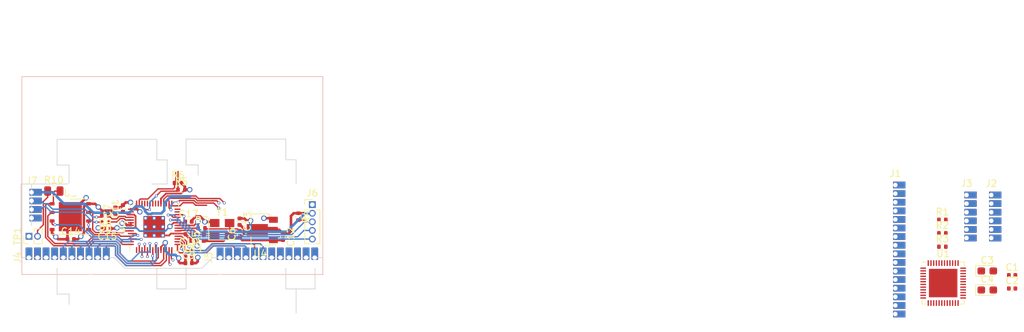
<source format=kicad_pcb>
(kicad_pcb (version 20221018) (generator pcbnew)
  (layers (0 "F.Cu" signal) (1 "In1.Cu" signal) (2 "In2.Cu" signal) (31 "B.Cu" signal) (34 "B.Paste" user) (35 "F.Paste" user) (36 "B.SilkS" user "B.Silkscreen") (37 "F.SilkS" user "F.Silkscreen") (38 "B.Mask" user) (39 "F.Mask" user) (44 "Edge.Cuts" user))
  (net 0 "")
  (net 1 "GND")
  (net 2 "+3V3")
  (net 3 "XTAL1")
  (net 4 "Net-(C6-Pad2)")
  (net 5 "+1V1")
  (net 6 "Net-(J1-Pin_1)")
  (net 7 "Net-(J1-Pin_2)")
  (net 8 "Net-(J1-Pin_3)")
  (net 9 "Net-(J1-Pin_4)")
  (net 10 "Net-(J1-Pin_5)")
  (net 11 "Net-(J1-Pin_6)")
  (net 12 "Net-(J1-Pin_7)")
  (net 13 "Net-(J1-Pin_8)")
  (net 14 "Net-(J1-Pin_9)")
  (net 15 "Net-(J1-Pin_10)")
  (net 16 "Net-(J1-Pin_11)")
  (net 17 "Net-(J1-Pin_12)")
  (net 18 "Net-(J1-Pin_13)")
  (net 19 "Net-(J1-Pin_14)")
  (net 20 "Net-(J1-Pin_15)")
  (net 21 "Net-(J1-Pin_16)")
  (net 22 "Net-(J2-Pin_1)")
  (net 23 "Net-(J2-Pin_2)")
  (net 24 "Net-(J2-Pin_3)")
  (net 25 "Net-(J2-Pin_4)")
  (net 26 "Net-(J2-Pin_5)")
  (net 27 "Net-(J2-Pin_6)")
  (net 28 "Net-(J3-Pin_1)")
  (net 29 "Net-(J3-Pin_2)")
  (net 30 "Net-(J3-Pin_3)")
  (net 31 "Net-(J3-Pin_4)")
  (net 32 "Net-(J3-Pin_5)")
  (net 33 "Net-(J3-Pin_6)")
  (net 34 "Net-(J4-Pin_1)")
  (net 35 "Net-(J4-Pin_2)")
  (net 36 "Net-(J4-Pin_3)")
  (net 37 "Net-(J4-Pin_4)")
  (net 38 "Net-(J4-Pin_5)")
  (net 39 "Net-(J4-Pin_6)")
  (net 40 "Net-(J4-Pin_7)")
  (net 41 "Net-(J4-Pin_8)")
  (net 42 "Net-(J4-Pin_9)")
  (net 43 "Net-(J4-Pin_10)")
  (net 44 "Net-(J5-Pin_1)")
  (net 45 "Net-(J5-Pin_2)")
  (net 46 "Net-(J5-Pin_3)")
  (net 47 "Net-(J5-Pin_4)")
  (net 48 "Net-(J5-Pin_5)")
  (net 49 "Net-(J5-Pin_6)")
  (net 50 "Net-(J5-Pin_7)")
  (net 51 "Net-(J5-Pin_8)")
  (net 52 "Net-(J5-Pin_9)")
  (net 53 "Net-(J5-Pin_10)")
  (net 54 "Net-(J5-Pin_11)")
  (net 55 "Net-(J5-Pin_12)")
  (net 56 "RP_RESET")
  (net 57 "SWDIO")
  (net 58 "SWCLK")
  (net 59 "+5V")
  (net 60 "/DP")
  (net 61 "/DN")
  (net 62 "Net-(U1-~{SDB})")
  (net 63 "Net-(U1-IICRST)")
  (net 64 "Net-(U1-RSET)")
  (net 65 "SDA")
  (net 66 "SCL")
  (net 67 "XTAL2")
  (net 68 "RP_D+")
  (net 69 "RP_D-")
  (net 70 "/QSPI_CS_TP")
  (net 71 "QSPI_CS")
  (net 82 "QSPI_SD3")
  (net 83 "QSPI_CLK")
  (net 84 "QSPI_SD0")
  (net 85 "QSPI_SD2")
  (net 86 "QSPI_SD1")
  (footprint "Capacitor_SMD:C_0402_1005Metric" (layer "F.Cu") (at 63.8784 64.5668 180)
    (fp_text reference "C10")
    (fp_text value "100n")
  )
  (footprint "Resistor_SMD:R_0402_1005Metric" (layer "F.Cu") (at 62.8142 57.9882)
    (fp_text reference "R5")
    (fp_text value "2k")
  )
  (footprint "Frooastboard Footprints:PinHeader_1x16_P1.27mm_Vertical" (layer "F.Cu") (at 168.2496 57.3024)
    (fp_text reference "J1")
    (fp_text value "Conn_01x16")
  )
  (footprint "Package_TO_SOT_SMD:SOT-89-3" (layer "F.Cu") (at 74.4522 63.9318 180)
    (fp_text reference "U4")
    (fp_text value "LM317L_SOT-89")
  )
  (footprint "Capacitor_SMD:C_0402_1005Metric" (layer "F.Cu") (at 66.1162 65.0774 90)
    (fp_text reference "C5")
    (fp_text value "22p")
  )
  (footprint "Resistor_SMD:R_0805_2012Metric" (layer "F.Cu") (at 43.9693 58.1914)
    (fp_text reference "R10")
    (fp_text value "1k")
  )
  (footprint "Frooastboard Footprints:PinHeader_1x06_P1.27mm_Vertical" (layer "F.Cu") (at 182.4228 58.7756)
    (fp_text reference "J2")
    (fp_text value "Conn_01x06")
  )
  (footprint "Frooastboard Footprints:PinHeader_1x12_P1.27mm_Vertical" (layer "F.Cu") (at 68.5292 68.0212 90)
    (fp_text reference "J5")
    (fp_text value "Conn_01x12")
  )
  (footprint "Capacitor_SMD:C_0402_1005Metric" (layer "F.Cu") (at 63.8836 68.834)
    (fp_text reference "C9")
    (fp_text value "100n")
  )
  (footprint "Capacitor_SMD:C_0402_1005Metric" (layer "F.Cu") (at 51.8642 63.7286 180)
    (fp_text reference "C15")
    (fp_text value "10u")
  )
  (footprint "Capacitor_SMD:C_0402_1005Metric" (layer "F.Cu") (at 64.6456 65.532 180)
    (fp_text reference "C11")
    (fp_text value "100n")
  )
  (footprint "Resistor_SMD:R_0402_1005Metric" (layer "F.Cu") (at 175.1928 62.4298)
    (fp_text reference "R1")
    (fp_text value "100k")
  )
  (footprint "Capacitor_SMD:C_0402_1005Metric" (layer "F.Cu") (at 185.4936 70.612)
    (fp_text reference "C1")
    (fp_text value "0.1u")
  )
  (footprint "Capacitor_SMD:C_0402_1005Metric" (layer "F.Cu") (at 77.805 64.9504 -90)
    (fp_text reference "C12")
    (fp_text value "100n")
  )
  (footprint "Capacitor_SMD:C_0402_1005Metric" (layer "F.Cu") (at 185.4936 72.582)
    (fp_text reference "C2")
    (fp_text value "10u")
  )
  (footprint "Resistor_SMD:R_0402_1005Metric" (layer "F.Cu") (at 51.56 62.7546 180)
    (fp_text reference "R9")
    (fp_text value "27R")
  )
  (footprint "Capacitor_SMD:C_0402_1005Metric" (layer "F.Cu") (at 63.8836 67.8688)
    (fp_text reference "C8")
    (fp_text value "100n")
  )
  (footprint "Capacitor_SMD:C_0402_1005Metric" (layer "F.Cu") (at 71.3994 62.7152 -90)
    (fp_text reference "C13")
    (fp_text value "100n")
  )
  (footprint "Crystal:Crystal_SMD_3225-4Pin_3.2x2.5mm" (layer "F.Cu") (at 68.8262 63.7676)
    (fp_text reference "Y1")
    (fp_text value "12MHz")
  )
  (footprint "Resistor_SMD:R_0402_1005Metric" (layer "F.Cu") (at 175.1928 66.4098)
    (fp_text reference "R3")
    (fp_text value "20k")
  )
  (footprint "Package_DFN_QFN:QFN-48-1EP_6x6mm_P0.4mm_EP4.2x4.2mm" (layer "F.Cu") (at 175.3108 71.7804)
    (fp_text reference "U1")
    (fp_text value "IS31FL3733-QF")
  )
  (footprint "Resistor_SMD:R_0402_1005Metric" (layer "F.Cu") (at 80.0862 61.974 -90)
    (fp_text reference "R4")
    (fp_text value "10k")
  )
  (footprint "Resistor_SMD:R_0402_1005Metric" (layer "F.Cu") (at 65.784 63.6778)
    (fp_text reference "R7")
    (fp_text value "1k")
  )
  (footprint "Capacitor_SMD:C_0402_1005Metric" (layer "F.Cu") (at 54.1782 60.7542 90)
    (fp_text reference "C16")
    (fp_text value "100n")
  )
  (footprint "Connector_PinHeader_1.27mm:PinHeader_1x02_P1.27mm_Vertical" (layer "F.Cu") (at 40.2948 64.8716 90)
    (fp_text reference "TP1")
    (fp_text value "QSPI_CS")
  )
  (footprint "Resistor_SMD:R_0402_1005Metric" (layer "F.Cu") (at 175.1928 64.4198)
    (fp_text reference "R2")
    (fp_text value "100k")
  )
  (footprint "Resistor_SMD:R_0402_1005Metric" (layer "F.Cu") (at 51.56 61.7982 180)
    (fp_text reference "R8")
    (fp_text value "27R")
  )
  (footprint "Capacitor_SMD:C_0402_1005Metric" (layer "F.Cu") (at 53.0606 61.0896 90)
    (fp_text reference "C7")
    (fp_text value "10u")
  )
  (footprint "Package_SON:WSON-8-1EP_6x5mm_P1.27mm_EP3.4x4.3mm" (layer "F.Cu") (at 46.4058 61.976)
    (fp_text reference "U3")
    (fp_text value "W25Q32JVZP")
  )
  (footprint "Capacitor_SMD:C_0402_1005Metric" (layer "F.Cu") (at 63.853 62.7126)
    (fp_text reference "C17")
    (fp_text value "100n")
  )
  (footprint "Capacitor_Tantalum_SMD:CP_EIA-2012-15_AVX-P" (layer "F.Cu") (at 181.8278 72.7998)
    (fp_text reference "C4")
    (fp_text value "10u")
  )
  (footprint "Frooastboard Footprints:RP2040-QFN-56" (layer "F.Cu") (at 58.7912 63.4721 90)
    (fp_text reference "U2")
    (fp_text value "RP2040")
  )
  (footprint "Resistor_SMD:R_0402_1005Metric" (layer "F.Cu") (at 62.3062 56.9976)
    (fp_text reference "R6")
    (fp_text value "2k")
  )
  (footprint "Frooastboard Footprints:PinHeader_1x10_P1.27mm_Vertical" (layer "F.Cu") (at 40.2844 68.0212 90)
    (fp_text reference "J4")
    (fp_text value "Conn_01x10")
  )
  (footprint "Capacitor_SMD:C_0402_1005Metric" (layer "F.Cu") (at 71.4248 64.5694 90)
    (fp_text reference "C6")
    (fp_text value "22p")
  )
  (footprint "Capacitor_SMD:C_0402_1005Metric" (layer "F.Cu") (at 46.4592 65.3034)
    (fp_text reference "C14")
    (fp_text value "100n")
  )
  (footprint "Connector_PinHeader_1.27mm:PinHeader_1x05_P1.27mm_Vertical" (layer "F.Cu") (at 82.1436 60.198)
    (fp_text reference "J6")
    (fp_text value "SW Interface")
  )
  (footprint "Frooastboard Footprints:PinHeader_1x06_P1.27mm_Vertical" (layer "F.Cu") (at 178.7652 58.7756)
    (fp_text reference "J3")
    (fp_text value "Conn_01x06")
  )
  (footprint "Frooastboard Footprints:PinHeader_1x04_P1.27mm_Vertical" (layer "F.Cu") (at 40.6908 58.3692)
    (fp_text reference "J7")
    (fp_text value "Conn_01x04")
  )
  (footprint "Capacitor_Tantalum_SMD:CP_EIA-2012-15_AVX-P" (layer "F.Cu") (at 181.8278 69.9898)
    (fp_text reference "C3")
    (fp_text value "10u")
  )
  (footprint "Frooastboard Footprints:Footprint Holes" (layer "B.Cu") (at 70.993 47.6504 180)
    (fp_text reference "REF**")
    (fp_text value "1U")
  )
  (gr_line (start 78.232 50.5206) (end 78.232 53.5686) (stroke (width 0.1)) (layer "Edge.Cuts"))
  (gr_line (start 79.756 72.644) (end 79.756 76.2) (stroke (width 0.1)) (layer "Edge.Cuts"))
  (gr_line (start 46.228 73.406) (end 46.228 74.93) (stroke (width 0.1)) (layer "Edge.Cuts"))
  (gr_line (start 39.624 68.0212) (end 52.8828 68.0212) (stroke (width 0.1)) (layer "Edge.Cuts"))
  (gr_line (start 39.116 68.0212) (end 39.116 57.15) (stroke (width 0.1)) (layer "Edge.Cuts"))
  (gr_line (start 63.5 54.3306) (end 65.278 54.3306) (stroke (width 0.1)) (layer "Edge.Cuts"))
  (gr_line (start 59.182 72.644) (end 63.5 72.644) (stroke (width 0.1)) (layer "Edge.Cuts"))
  (gr_line (start 67.4116 68.0212) (end 65.8368 69.596) (stroke (width 0.1)) (layer "Edge.Cuts"))
  (gr_line (start 59.182 69.596) (end 59.182 72.644) (stroke (width 0.1)) (layer "Edge.Cuts"))
  (gr_line (start 44.45 69.596) (end 44.45 73.406) (stroke (width 0.1)) (layer "Edge.Cuts"))
  (gr_line (start 47.752 50.546) (end 44.45 50.546) (stroke (width 0.1)) (layer "Edge.Cuts"))
  (gr_line (start 65.278 54.3306) (end 65.278 55.8546) (stroke (width 0.1)) (layer "Edge.Cuts"))
  (gr_line (start 44.45 50.546) (end 44.45 54.356) (stroke (width 0.1)) (layer "Edge.Cuts"))
  (gr_line (start 78.232 72.644) (end 82.55 72.644) (stroke (width 0.1)) (layer "Edge.Cuts"))
  (gr_line (start 60.706 53.594) (end 60.706 57.15) (stroke (width 0.1)) (layer "Edge.Cuts"))
  (gr_line (start 59.182 53.594) (end 60.706 53.594) (stroke (width 0.1)) (layer "Edge.Cuts"))
  (gr_line (start 60.706 57.15) (end 58.42 57.15) (stroke (width 0.1)) (layer "Edge.Cuts"))
  (gr_line (start 47.752 50.546) (end 59.182 50.546) (stroke (width 0.1)) (layer "Edge.Cuts"))
  (gr_line (start 44.45 73.406) (end 46.228 73.406) (stroke (width 0.1)) (layer "Edge.Cuts"))
  (gr_line (start 59.182 50.546) (end 59.182 53.594) (stroke (width 0.1)) (layer "Edge.Cuts"))
  (gr_line (start 54.4576 69.596) (end 65.8368 69.596) (stroke (width 0.1)) (layer "Edge.Cuts"))
  (gr_line (start 63.5 50.5206) (end 63.5 54.3306) (stroke (width 0.1)) (layer "Edge.Cuts"))
  (gr_line (start 66.802 50.5206) (end 63.5 50.5206) (stroke (width 0.1)) (layer "Edge.Cuts"))
  (gr_line (start 46.228 54.356) (end 46.228 55.88) (stroke (width 0.1)) (layer "Edge.Cuts"))
  (gr_line (start 67.4116 68.0212) (end 83.6676 68.0212) (stroke (width 0.1)) (layer "Edge.Cuts"))
  (gr_line (start 39.624 68.0212) (end 39.116 68.0212) (stroke (width 0.1)) (layer "Edge.Cuts"))
  (gr_line (start 39.116 57.15) (end 46.228 57.15) (stroke (width 0.1)) (layer "Edge.Cuts"))
  (gr_line (start 82.55 69.596) (end 82.55 72.644) (stroke (width 0.1)) (layer "Edge.Cuts"))
  (gr_line (start 78.232 53.5686) (end 79.756 53.5686) (stroke (width 0.1)) (layer "Edge.Cuts"))
  (gr_line (start 46.228 57.15) (end 46.228 55.88) (stroke (width 0.1)) (layer "Edge.Cuts"))
  (gr_line (start 52.8828 68.0212) (end 54.4576 69.596) (stroke (width 0.1)) (layer "Edge.Cuts"))
  (gr_line (start 63.5 69.596) (end 63.5 72.644) (stroke (width 0.1)) (layer "Edge.Cuts"))
  (gr_line (start 66.802 50.5206) (end 78.232 50.5206) (stroke (width 0.1)) (layer "Edge.Cuts"))
  (gr_line (start 78.232 69.596) (end 78.232 72.644) (stroke (width 0.1)) (layer "Edge.Cuts"))
  (gr_line (start 44.45 54.356) (end 46.228 54.356) (stroke (width 0.1)) (layer "Edge.Cuts"))
  (gr_line (start 79.756 53.5686) (end 79.756 57.1246) (stroke (width 0.1)) (layer "Edge.Cuts"))
  (gr_line (start 40.6908 63.3222) (end 40.6908 57.2262) (stroke (width 0.1)) (layer "Edge.Cuts"))
  (segment (start 46.4058 61.976) (end 46.4058 61.5188) (width 0.381) (layer "F.Cu") (net 1))
  (segment (start 48.0822 59.8424) (end 48.7426 59.182) (width 0.381) (layer "F.Cu") (net 1))
  (segment (start 54.5846 59.8678) (end 54.1782 60.2742) (width 0.381) (layer "F.Cu") (net 1))
  (segment (start 64.1656 65.532) (end 64.1656 65.334) (width 0.381) (layer "F.Cu") (net 1))
  (segment (start 46.4058 61.976) (end 47.7012 60.6806) (width 0.381) (layer "F.Cu") (net 1))
  (segment (start 76.4022 65.4318) (end 71.8072 65.4318) (width 0.381) (layer "F.Cu") (net 1))
  (segment (start 51.3842 63.7286) (end 50.6222 63.7286) (width 0.381) (layer "F.Cu") (net 1))
  (segment (start 62.2287 64.4721) (end 61.2648 64.4721) (width 0.254) (layer "F.Cu") (net 1))
  (segment (start 53.0606 60.6096) (end 53.8428 60.6096) (width 0.381) (layer "F.Cu") (net 1))
  (segment (start 64.333 62.542548) (end 64.933448 61.9421) (width 0.381) (layer "F.Cu") (net 1))
  (segment (start 55.2958 59.8678) (end 54.5846 59.8678) (width 0.381) (layer "F.Cu") (net 1))
  (segment (start 70.358 65.0494) (end 69.9262 64.6176) (width 0.381) (layer "F.Cu") (net 1))
  (segment (start 45.9792 62.4026) (end 46.4058 61.976) (width 0.381) (layer "F.Cu") (net 1))
  (segment (start 45.9792 65.3034) (end 45.9792 62.4026) (width 0.381) (layer "F.Cu") (net 1))
  (segment (start 66.2686 62.6279) (end 65.5828 61.9421) (width 0.381) (layer "F.Cu") (net 1))
  (segment (start 65.5828 61.9421) (end 64.933448 61.9421) (width 0.381) (layer "F.Cu") (net 1))
  (segment (start 76.4022 65.4318) (end 77.8036 65.4318) (width 0.381) (layer "F.Cu") (net 1))
  (segment (start 46.4058 61.976) (end 46.4058 63.3476) (width 0.381) (layer "F.Cu") (net 1))
  (segment (start 66.2686 62.738) (end 66.2686 62.6279) (width 0.381) (layer "F.Cu") (net 1))
  (segment (start 71.8072 65.4318) (end 71.4248 65.0494) (width 0.381) (layer "F.Cu") (net 1))
  (segment (start 66.1303 65.5433) (end 66.1162 65.5574) (width 0.381) (layer "F.Cu") (net 1))
  (segment (start 60.0662 64.7471) (end 60.9898 64.7471) (width 0.254) (layer "F.Cu") (net 1))
  (segment (start 72.0523 63.759897) (end 72.0523 64.4219) (width 0.381) (layer "F.Cu") (net 1))
  (segment (start 65.2272 67.9958) (end 65.2272 68.58) (width 0.381) (layer "F.Cu") (net 1))
  (segment (start 63.3984 64.5668) (end 63.3037 64.4721) (width 0.254) (layer "F.Cu") (net 1))
  (segment (start 50.6222 63.7286) (end 50.5206 63.627) (width 0.381) (layer "F.Cu") (net 1))
  (segment (start 45.9792 65.3034) (end 44.6024 65.3034) (width 0.381) (layer "F.Cu") (net 1))
  (segment (start 44.6024 65.3034) (end 44.2468 64.9478) (width 0.381) (layer "F.Cu") (net 1))
  (segment (start 60.9898 64.7471) (end 61.2648 64.4721) (width 0.254) (layer "F.Cu") (net 1))
  (segment (start 64.1656 65.334) (end 63.3984 64.5668) (width 0.381) (layer "F.Cu") (net 1))
  (segment (start 65.2272 68.58) (end 64.9732 68.834) (width 0.381) (layer "F.Cu") (net 1))
  (segment (start 72.0523 64.4219) (end 71.4248 65.0494) (width 0.381) (layer "F.Cu") (net 1))
  (segment (start 64.333 62.7126) (end 64.333 62.542548) (width 0.381) (layer "F.Cu") (net 1))
  (segment (start 63.3037 64.4721) (end 62.2287 64.4721) (width 0.254) (layer "F.Cu") (net 1))
  (segment (start 46.4058 63.3476) (end 45.8724 63.881) (width 0.381) (layer "F.Cu") (net 1))
  (segment (start 67.5466 62.738) (end 67.7262 62.9176) (width 0.381) (layer "F.Cu") (net 1))
  (segment (start 69.0005 65.5433) (end 69.9262 64.6176) (width 0.381) (layer "F.Cu") (net 1))
  (segment (start 43.7058 63.881) (end 43.7058 64.4068) (width 0.381) (layer "F.Cu") (net 1))
  (segment (start 71.487603 63.1952) (end 72.0523 63.759897) (width 0.381) (layer "F.Cu") (net 1))
  (segment (start 71.4248 65.0494) (end 70.358 65.0494) (width 0.381) (layer "F.Cu") (net 1))
  (segment (start 69.0005 65.5433) (end 66.1303 65.5433) (width 0.381) (layer "F.Cu") (net 1))
  (segment (start 66.2686 62.738) (end 67.5466 62.738) (width 0.381) (layer "F.Cu") (net 1))
  (segment (start 43.7058 64.4068) (end 44.2468 64.9478) (width 0.381) (layer "F.Cu") (net 1))
  (segment (start 53.8428 60.6096) (end 54.1782 60.2742) (width 0.381) (layer "F.Cu") (net 1))
  (segment (start 64.9732 68.834) (end 64.3636 68.834) (width 0.381) (layer "F.Cu") (net 1))
  (segment (start 46.4058 61.5188) (end 48.0822 59.8424) (width 0.381) (layer "F.Cu") (net 1))
  (segment (start 64.3636 67.8688) (end 64.3636 68.834) (width 0.381) (layer "F.Cu") (net 1))
  (segment (start 47.7012 60.6806) (end 47.7012 60.2234) (width 0.381) (layer "F.Cu") (net 1))
  (segment (start 45.9538 65.278) (end 45.9792 65.3034) (width 0.381) (layer "F.Cu") (net 1))
  (segment (start 71.3994 63.1952) (end 71.487603 63.1952) (width 0.381) (layer "F.Cu") (net 1))
  (via (at 55.2958 59.8678) (size 0.8) (drill 0.5) (layers "F.Cu" "B.Cu") (net 1))
  (via (at 65.2272 67.9958) (size 0.8) (drill 0.5) (layers "F.Cu" "B.Cu") (net 1))
  (via (at 44.2468 64.9478) (size 0.8) (drill 0.5) (layers "F.Cu" "B.Cu") (net 1))
  (via (at 48.7426 59.182) (size 0.8) (drill 0.5) (layers "F.Cu" "B.Cu") (net 1))
  (via (at 50.5206 63.627) (size 0.8) (drill 0.5) (layers "F.Cu" "B.Cu") (net 1))
  (via (at 66.2686 62.738) (size 0.8) (drill 0.5) (layers "F.Cu" "B.Cu") (net 1))
  (segment (start 65.1764 67.9704) (end 65.2018 67.9704) (width 0.381) (layer "B.Cu") (net 1))
  (segment (start 65.2018 67.9704) (end 65.2272 67.9958) (width 0.381) (layer "B.Cu") (net 1))
  (segment (start 55.3537 63.2721) (end 55.3537 62.8721) (width 0.254) (layer "F.Cu") (net 2))
  (segment (start 52.5526 61.0616) (end 53.0606 61.5696) (width 0.3556) (layer "F.Cu") (net 2))
  (segment (start 65.1256 65.532) (end 65.1256 66.294) (width 0.381) (layer "F.Cu") (net 2))
  (segment (start 54.5592 63.0428) (end 54.744 63.2276) (width 0.381) (layer "F.Cu") (net 2))
  (segment (start 63.4036 68.834) (end 62.611 68.834) (width 0.381) (layer "F.Cu") (net 2))
  (segment (start 54.1528 63.0428) (end 54.5592 63.0428) (width 0.381) (layer "F.Cu") (net 2))
  (segment (start 63.3242 57.5056) (end 62.8162 56.9976) (width 0.381) (layer "F.Cu") (net 2))
  (segment (start 60.421979 65.8114) (end 60.4266 65.8114) (width 0.254) (layer "F.Cu") (net 2))
  (segment (start 77.805 64.4704) (end 78.6332 64.4704) (width 0.381) (layer "F.Cu") (net 2))
  (segment (start 55.3537 61.2721) (end 55.3537 60.8721) (width 0.254) (layer "F.Cu") (net 2))
  (segment (start 59.7912 59.304306) (end 60.533306 58.5622) (width 0.254) (layer "F.Cu") (net 2))
  (segment (start 64.3584 64.5668) (end 64.3584 64.7648) (width 0.381) (layer "F.Cu") (net 2))
  (segment (start 59.7912 60.0346) (end 59.7912 59.304306) (width 0.254) (layer "F.Cu") (net 2))
  (segment (start 50.546 60.5536) (end 51.054 61.0616) (width 0.3556) (layer "F.Cu") (net 2))
  (segment (start 76.3147 63.9318) (end 77.2664 63.9318) (width 0.381) (layer "F.Cu") (net 2))
  (segment (start 62.7502 58.5622) (end 63.3242 57.9882) (width 0.254) (layer "F.Cu") (net 2))
  (segment (start 54.744 63.2276) (end 55.3537 63.2276) (width 0.381) (layer "F.Cu") (net 2))
  (segment (start 78.994 61.8704) (end 79.4004 61.464) (width 0.381) (layer "F.Cu") (net 2))
  (segment (start 77.2664 63.9318) (end 77.805 64.4704) (width 0.381) (layer "F.Cu") (net 2))
  (segment (start 48.4106 60.5046) (end 48.4106 64.4308) (width 0.3556) (layer "F.Cu") (net 2))
  (segment (start 63.3242 57.9882) (end 64.0334 57.9882) (width 0.381) (layer "F.Cu") (net 2))
  (segment (start 56.1912 60.7886) (end 56.2747 60.8721) (width 0.254) (layer "F.Cu") (net 2))
  (segment (start 78.6332 64.4704) (end 78.994 64.1096) (width 0.381) (layer "F.Cu") (net 2))
  (segment (start 71.3994 62.2352) (end 72.1106 62.2352) (width 0.381) (layer "F.Cu") (net 2))
  (segment (start 62.2287 63.2721) (end 62.2332 63.2766) (width 0.254) (layer "F.Cu") (net 2))
  (segment (start 49.1058 60.071) (end 50.0634 60.071) (width 0.3556) (layer "F.Cu") (net 2))
  (segment (start 48.8442 60.071) (end 48.4106 60.5046) (width 0.3556) (layer "F.Cu") (net 2))
  (segment (start 64.3584 64.7648) (end 65.1256 65.532) (width 0.381) (layer "F.Cu") (net 2))
  (segment (start 82.1396 61.464) (end 82.1436 61.468) (width 0.381) (layer "F.Cu") (net 2))
  (segment (start 59.7912 66.442179) (end 60.421979 65.8114) (width 0.254) (layer "F.Cu") (net 2))
  (segment (start 80.0862 61.464) (end 79.4004 61.464) (width 0.381) (layer "F.Cu") (net 2))
  (segment (start 62.4078 68.0974) (end 62.4078 68.6308) (width 0.381) (layer "F.Cu") (net 2))
  (segment (start 74.3966 63.9318) (end 77.2664 63.9318) (width 0.381) (layer "F.Cu") (net 2))
  (segment (start 59.7912 66.9096) (end 59.7912 66.442179) (width 0.254) (layer "F.Cu") (net 2))
  (segment (start 78.994 64.1096) (end 78.994 61.8704) (width 0.381) (layer "F.Cu") (net 2))
  (segment (start 47.538 65.3034) (end 46.9392 65.3034) (width 0.3556) (layer "F.Cu") (net 2))
  (segment (start 72.4356 62.5602) (end 72.1106 62.2352) (width 0.381) (layer "F.Cu") (net 2))
  (segment (start 51.054 61.0616) (end 52.5526 61.0616) (width 0.3556) (layer "F.Cu") (net 2))
  (segment (start 63.4036 68.834) (end 63.4036 67.8815) (width 0.381) (layer "F.Cu") (net 2))
  (segment (start 62.611 68.834) (end 62.4078 68.6308) (width 0.381) (layer "F.Cu") (net 2))
  (segment (start 73.025 63.8608) (end 73.096 63.9318) (width 0.381) (layer "F.Cu") (net 2))
  (segment (start 63.3242 57.9882) (end 63.3242 57.5056) (width 0.381) (layer "F.Cu") (net 2))
  (segment (start 49.1058 60.071) (end 48.8442 60.071) (width 0.3556) (layer "F.Cu") (net 2))
  (segment (start 50.0634 60.071) (end 50.546 60.5536) (width 0.3556) (layer "F.Cu") (net 2))
  (segment (start 54.0512 62.9412) (end 54.1528 63.0428) (width 0.381) (layer "F.Cu") (net 2))
  (segment (start 56.1912 60.0346) (end 56.1912 60.7886) (width 0.254) (layer "F.Cu") (net 2))
  (segment (start 73.025 62.5602) (end 73.025 63.4238) (width 0.381) (layer "F.Cu") (net 2))
  (segment (start 62.2332 63.2766) (end 64.6886 63.2766) (width 0.254) (layer "F.Cu") (net 2))
  (segment (start 73.096 63.9318) (end 76.3147 63.9318) (width 0.381) (layer "F.Cu") (net 2))
  (segment (start 48.4106 64.4308) (end 47.9498 64.8916) (width 0.3556) (layer "F.Cu") (net 2))
  (segment (start 60.533306 58.5622) (end 62.7502 58.5622) (width 0.254) (layer "F.Cu") (net 2))
  (segment (start 56.2747 60.8721) (end 55.3537 60.8721) (width 0.381) (layer "F.Cu") (net 2))
  (segment (start 64.9986 62.9666) (end 65.2526 62.7126) (width 0.254) (layer "F.Cu") (net 2))
  (segment (start 56.6674 61.2648) (end 56.2747 60.8721) (width 0.381) (layer "F.Cu") (net 2))
  (segment (start 64.6886 63.2766) (end 64.9986 62.9666) (width 0.254) (layer "F.Cu") (net 2))
  (segment (start 73.025 62.5602) (end 72.4356 62.5602) (width 0.381) (layer "F.Cu") (net 2))
  (segment (start 47.9498 64.8916) (end 47.538 65.3034) (width 0.3556) (layer "F.Cu") (net 2))
  (segment (start 73.025 63.4746) (end 73.025 63.8608) (width 0.381) (layer "F.Cu") (net 2))
  (segment (start 80.0862 61.464) (end 82.1396 61.464) (width 0.381) (layer "F.Cu") (net 2))
  (segment (start 77.8496 64.4666) (end 77.851 64.4652) (width 0.381) (layer "F.Cu") (net 2))
  (via (at 73.025 62.5602) (size 0.8) (drill 0.5) (layers "F.Cu" "B.Cu") (net 2))
  (via (at 64.0334 57.9882) (size 0.8) (drill 0.5) (layers "F.Cu" "B.Cu") (net 2))
  (via (at 60.4266 65.8114) (size 0.8) (drill 0.5) (layers "F.Cu" "B.Cu") (net 2))
  (via (at 54.0512 62.9412) (size 0.8) (drill 0.5) (layers "F.Cu" "B.Cu") (net 2))
  (via (at 62.4078 68.0974) (size 0.8) (drill 0.5) (layers "F.Cu" "B.Cu") (net 2))
  (via (at 65.1256 66.294) (size 0.8) (drill 0.5) (layers "F.Cu" "B.Cu") (net 2))
  (via (at 65.2526 62.7126) (size 0.8) (drill 0.5) (layers "F.Cu" "B.Cu") (net 2))
  (via (at 47.9498 64.8916) (size 0.8) (drill 0.5) (layers "F.Cu" "B.Cu") (net 2))
  (via (at 56.6674 61.2648) (size 0.8) (drill 0.5) (layers "F.Cu" "B.Cu") (net 2))
  (via (at 50.546 60.5536) (size 0.8) (drill 0.5) (layers "F.Cu" "B.Cu") (net 2))
  (segment (start 81.0768 61.468) (end 78.3463 64.1985) (width 0.381) (layer "B.Cu") (net 2))
  (segment (start 65.7479 64.1985) (end 65.2526 63.7032) (width 0.381) (layer "B.Cu") (net 2))
  (segment (start 61.7982 67.6148) (end 61.9252 67.6148) (width 0.381) (layer "B.Cu") (net 2))
  (segment (start 61.9252 67.6148) (end 62.4078 68.0974) (width 0.381) (layer "B.Cu") (net 2))
  (segment (start 65.2526 63.7032) (end 65.2526 62.7126) (width 0.381) (layer "B.Cu") (net 2))
  (segment (start 60.4266 65.8114) (end 60.4266 67.0052) (width 0.381) (layer "B.Cu") (net 2))
  (segment (start 60.8076 67.3862) (end 61.0362 67.6148) (width 0.381) (layer "B.Cu") (net 2))
  (segment (start 60.4266 67.0052) (end 60.8076 67.3862) (width 0.381) (layer "B.Cu") (net 2))
  (segment (start 73.025 62.5602) (end 73.025 64.1985) (width 0.381) (layer "B.Cu") (net 2))
  (segment (start 73.025 64.1985) (end 65.7479 64.1985) (width 0.381) (layer "B.Cu") (net 2))
  (segment (start 82.1436 61.468) (end 81.0768 61.468) (width 0.381) (layer "B.Cu") (net 2))
  (segment (start 78.3463 64.1985) (end 73.025 64.1985) (width 0.381) (layer "B.Cu") (net 2))
  (segment (start 61.0362 67.6148) (end 61.7982 67.6148) (width 0.381) (layer "B.Cu") (net 2))
  (segment (start 67.7262 64.6176) (end 66.1364 64.6176) (width 0.254) (layer "F.Cu") (net 3))
  (segment (start 62.2287 64.0721) (end 62.7247 64.0721) (width 0.2032) (layer "F.Cu") (net 3))
  (segment (start 65.2381 64.5974) (end 66.1162 64.5974) (width 0.2032) (layer "F.Cu") (net 3))
  (segment (start 66.1364 64.6176) (end 66.1162 64.5974) (width 0.254) (layer "F.Cu") (net 3))
  (segment (start 64.643 64.0023) (end 65.2381 64.5974) (width 0.2032) (layer "F.Cu") (net 3))
  (segment (start 62.7247 64.0721) (end 62.7945 64.0023) (width 0.2032) (layer "F.Cu") (net 3))
  (segment (start 62.7945 64.0023) (end 64.643 64.0023) (width 0.2032) (layer "F.Cu") (net 3))
  (segment (start 66.4052 63.789) (end 66.294 63.6778) (width 0.2032) (layer "F.Cu") (net 4))
  (segment (start 69.9262 63.789) (end 71.1244 63.789) (width 0.2032) (layer "F.Cu") (net 4))
  (segment (start 68.707 63.789) (end 69.9262 63.789) (width 0.2032) (layer "F.Cu") (net 4))
  (segment (start 69.9262 62.9176) (end 69.9262 63.789) (width 0.2032) (layer "F.Cu") (net 4))
  (segment (start 68.707 63.789) (end 66.4052 63.789) (width 0.2032) (layer "F.Cu") (net 4))
  (segment (start 71.1244 63.789) (end 71.4248 64.0894) (width 0.2032) (layer "F.Cu") (net 4))
  (segment (start 63.373 62.7126) (end 63.2135 62.8721) (width 0.254) (layer "F.Cu") (net 5))
  (segment (start 54.245 61.2342) (end 54.483 61.4722) (width 0.254) (layer "F.Cu") (net 5))
  (segment (start 55.821121 61.6721) (end 56.0452 61.896179) (width 0.254) (layer "F.Cu") (net 5))
  (segment (start 55.3537 61.6721) (end 55.821121 61.6721) (width 0.254) (layer "F.Cu") (net 5))
  (segment (start 52.3442 63.7286) (end 53.1876 63.7286) (width 0.381) (layer "F.Cu") (net 5))
  (segment (start 56.0452 61.896179) (end 56.0452 63.448021) (width 0.254) (layer "F.Cu") (net 5))
  (segment (start 53.1876 63.7286) (end 53.2892 63.627) (width 0.381) (layer "F.Cu") (net 5))
  (segment (start 56.0452 63.448021) (end 55.821121 63.6721) (width 0.254) (layer "F.Cu") (net 5))
  (segment (start 54.886279 61.6721) (end 55.3537 61.6721) (width 0.254) (layer "F.Cu") (net 5))
  (segment (start 63.2135 62.8721) (end 62.2287 62.8721) (width 0.254) (layer "F.Cu") (net 5))
  (segment (start 55.821121 63.6721) (end 55.3537 63.6721) (width 0.254) (layer "F.Cu") (net 5))
  (segment (start 55.3537 63.6721) (end 53.3343 63.6721) (width 0.254) (layer "F.Cu") (net 5))
  (segment (start 61.1124 63.4238) (end 61.6641 62.8721) (width 0.254) (layer "F.Cu") (net 5))
  (segment (start 53.3343 63.6721) (end 53.2892 63.627) (width 0.254) (layer "F.Cu") (net 5))
  (segment (start 54.686379 61.4722) (end 54.886279 61.6721) (width 0.254) (layer "F.Cu") (net 5))
  (segment (start 54.483 61.4722) (end 54.686379 61.4722) (width 0.254) (layer "F.Cu") (net 5))
  (segment (start 54.1782 61.2342) (end 54.245 61.2342) (width 0.254) (layer "F.Cu") (net 5))
  (segment (start 61.6641 62.8721) (end 62.2287 62.8721) (width 0.254) (layer "F.Cu") (net 5))
  (via (at 53.2892 63.627) (size 0.8) (drill 0.5) (layers "F.Cu" "B.Cu") (net 5))
  (via (at 61.1124 63.4238) (size 0.8) (drill 0.5) (layers "F.Cu" "B.Cu") (net 5))
  (segment (start 61.1124 63.4238) (end 60.4321 64.1041) (width 0.254) (layer "B.Cu") (net 5))
  (segment (start 53.3104 63.6482) (end 53.2892 63.627) (width 0.254) (layer "B.Cu") (net 5))
  (segment (start 60.4321 64.1041) (end 56.6365 64.1041) (width 0.254) (layer "B.Cu") (net 5))
  (segment (start 56.1806 63.6482) (end 53.3104 63.6482) (width 0.254) (layer "B.Cu") (net 5))
  (segment (start 56.6365 64.1041) (end 56.1806 63.6482) (width 0.254) (layer "B.Cu") (net 5))
  (segment (start 56.5912 66.9096) (end 56.5912 66.0523) (width 0.2032) (layer "F.Cu") (net 34))
  (segment (start 56.5912 66.0523) (end 56.5789 66.04) (width 0.2032) (layer "F.Cu") (net 34))
  (via (at 56.5789 66.04) (size 0.42) (drill 0.25) (layers "F.Cu" "B.Cu") (net 34))
  (segment (start 56.9912 67.8629) (end 56.9853 67.8688) (width 0.2032) (layer "F.Cu") (net 35))
  (segment (start 56.9912 66.9096) (end 56.9912 67.8629) (width 0.2032) (layer "F.Cu") (net 35))
  (via (at 56.9853 67.8688) (size 0.42) (drill 0.25) (layers "F.Cu" "B.Cu") (net 35))
  (segment (start 57.3912 66.9096) (end 57.3912 66.0405) (width 0.2032) (layer "F.Cu") (net 36))
  (segment (start 57.3912 66.0405) (end 57.3917 66.04) (width 0.2032) (layer "F.Cu") (net 36))
  (via (at 57.3917 66.04) (size 0.42) (drill 0.25) (layers "F.Cu" "B.Cu") (net 36))
  (segment (start 57.7912 66.9096) (end 57.7912 67.8619) (width 0.2032) (layer "F.Cu") (net 37))
  (segment (start 57.7912 67.8619) (end 57.7981 67.8688) (width 0.2032) (layer "F.Cu") (net 37))
  (via (at 57.7981 67.8688) (size 0.42) (drill 0.25) (layers "F.Cu" "B.Cu") (net 37))
  (segment (start 58.1912 65.9759) (end 58.1537 65.9384) (width 0.2032) (layer "F.Cu") (net 38))
  (segment (start 58.1912 66.9096) (end 58.1912 65.9759) (width 0.2032) (layer "F.Cu") (net 38))
  (via (at 58.1537 65.9384) (size 0.42) (drill 0.25) (layers "F.Cu" "B.Cu") (net 38))
  (segment (start 45.3644 68.0212) (end 45.3644 66.3956) (width 0.2032) (layer "B.Cu") (net 38))
  (segment (start 53.7464 67.382904) (end 54.897496 68.534) (width 0.2032) (layer "B.Cu") (net 38))
  (segment (start 57.9505 67.2084) (end 58.1537 67.0052) (width 0.2032) (layer "B.Cu") (net 38))
  (segment (start 53.205748 65.632201) (end 53.7464 66.172853) (width 0.2032) (layer "B.Cu") (net 38))
  (segment (start 45.3644 66.3956) (end 46.1278 65.6322) (width 0.2032) (layer "B.Cu") (net 38))
  (segment (start 58.1537 67.0052) (end 58.1537 65.9384) (width 0.2032) (layer "B.Cu") (net 38))
  (segment (start 46.1278 65.6322) (end 53.205748 65.632201) (width 0.2032) (layer "B.Cu") (net 38))
  (segment (start 55.3549 68.534) (end 56.6805 67.2084) (width 0.2032) (layer "B.Cu") (net 38))
  (segment (start 53.7464 66.172853) (end 53.7464 67.382904) (width 0.2032) (layer "B.Cu") (net 38))
  (segment (start 56.6805 67.2084) (end 57.9505 67.2084) (width 0.2032) (layer "B.Cu") (net 38))
  (segment (start 54.897496 68.534) (end 55.3549 68.534) (width 0.2032) (layer "B.Cu") (net 38))
  (segment (start 58.5912 67.7361) (end 58.5601 67.7672) (width 0.2032) (layer "F.Cu") (net 39))
  (segment (start 58.5912 66.9096) (end 58.5912 67.7361) (width 0.2032) (layer "F.Cu") (net 39))
  (via (at 58.5601 67.7672) (size 0.42) (drill 0.25) (layers "F.Cu" "B.Cu") (net 39))
  (segment (start 53.4162 66.309627) (end 53.4162 67.519678) (width 0.2032) (layer "B.Cu") (net 39))
  (segment (start 58.1743 68.8642) (end 58.5601 68.4784) (width 0.2032) (layer "B.Cu") (net 39))
  (segment (start 54.760722 68.8642) (end 58.1743 68.8642) (width 0.2032) (layer "B.Cu") (net 39))
  (segment (start 53.068974 65.9624) (end 53.4162 66.309627) (width 0.2032) (layer "B.Cu") (net 39))
  (segment (start 46.6344 68.0212) (end 46.6344 66.3956) (width 0.2032) (layer "B.Cu") (net 39))
  (segment (start 53.4162 67.519678) (end 54.760722 68.8642) (width 0.2032) (layer "B.Cu") (net 39))
  (segment (start 47.0676 65.9624) (end 53.068974 65.9624) (width 0.2032) (layer "B.Cu") (net 39))
  (segment (start 46.6344 66.3956) (end 47.0676 65.9624) (width 0.2032) (layer "B.Cu") (net 39))
  (segment (start 58.5601 68.4784) (end 58.5601 67.7672) (width 0.2032) (layer "B.Cu") (net 39))
  (segment (start 59.0681 65.9384) (end 58.9912 66.0153) (width 0.2032) (layer "F.Cu") (net 40))
  (segment (start 58.9912 66.0153) (end 58.9912 66.9096) (width 0.2032) (layer "F.Cu") (net 40))
  (via (at 59.0681 65.9384) (size 0.42) (drill 0.25) (layers "F.Cu" "B.Cu") (net 40))
  (segment (start 53.086 66.4464) (end 53.086 67.656452) (width 0.2032) (layer "B.Cu") (net 40))
  (segment (start 48.0582 66.2926) (end 52.9322 66.2926) (width 0.2032) (layer "B.Cu") (net 40))
  (segment (start 59.1167 68.4298) (end 59.1167 65.987) (width 0.2032) (layer "B.Cu") (net 40))
  (segment (start 59.1167 65.987) (end 59.0681 65.9384) (width 0.2032) (layer "B.Cu") (net 40))
  (segment (start 58.3521 69.1944) (end 59.1167 68.4298) (width 0.2032) (layer "B.Cu") (net 40))
  (segment (start 47.9044 66.4464) (end 48.0582 66.2926) (width 0.2032) (layer "B.Cu") (net 40))
  (segment (start 53.086 67.656452) (end 54.623948 69.1944) (width 0.2032) (layer "B.Cu") (net 40))
  (segment (start 47.9044 68.0212) (end 47.9044 66.4464) (width 0.2032) (layer "B.Cu") (net 40))
  (segment (start 54.623948 69.1944) (end 58.3521 69.1944) (width 0.2032) (layer "B.Cu") (net 40))
  (segment (start 52.9322 66.2926) (end 53.086 66.4464) (width 0.2032) (layer "B.Cu") (net 40))
  (segment (start 58.8784 68.534) (end 59.3912 68.0212) (width 0.2032) (layer "F.Cu") (net 41))
  (segment (start 49.9364 65.6336) (end 53.207147 65.6336) (width 0.2032) (layer "F.Cu") (net 41))
  (segment (start 49.1744 66.3956) (end 49.9364 65.6336) (width 0.2032) (layer "F.Cu") (net 41))
  (segment (start 49.1744 68.0212) (end 49.1744 66.3956) (width 0.2032) (layer "F.Cu") (net 41))
  (segment (start 53.7464 67.382904) (end 54.897496 68.534) (width 0.2032) (layer "F.Cu") (net 41))
  (segment (start 59.3912 68.0212) (end 59.3912 66.9096) (width 0.2032) (layer "F.Cu") (net 41))
  (segment (start 53.7464 66.172854) (end 53.7464 67.382904) (width 0.2032) (layer "F.Cu") (net 41))
  (segment (start 54.897496 68.534) (end 58.8784 68.534) (width 0.2032) (layer "F.Cu") (net 41))
  (segment (start 53.207147 65.6336) (end 53.7464 66.172854) (width 0.2032) (layer "F.Cu") (net 41))
  (segment (start 53.4162 66.309627) (end 53.4162 67.519678) (width 0.2032) (layer "F.Cu") (net 42))
  (segment (start 53.4162 67.519678) (end 54.760722 68.8642) (width 0.2032) (layer "F.Cu") (net 42))
  (segment (start 50.8762 65.9638) (end 53.070374 65.9638) (width 0.2032) (layer "F.Cu") (net 42))
  (segment (start 60.1912 68.2752) (end 60.1912 66.9096) (width 0.2032) (layer "F.Cu") (net 42))
  (segment (start 54.760722 68.8642) (end 59.6022 68.8642) (width 0.2032) (layer "F.Cu") (net 42))
  (segment (start 53.070374 65.9638) (end 53.4162 66.309627) (width 0.2032) (layer "F.Cu") (net 42))
  (segment (start 50.4444 68.0212) (end 50.4444 66.3956) (width 0.2032) (layer "F.Cu") (net 42))
  (segment (start 59.6022 68.8642) (end 60.1912 68.2752) (width 0.2032) (layer "F.Cu") (net 42))
  (segment (start 50.4444 66.3956) (end 50.8762 65.9638) (width 0.2032) (layer "F.Cu") (net 42))
  (segment (start 52.9336 66.294) (end 53.086 66.4464) (width 0.2032) (layer "F.Cu") (net 43))
  (segment (start 60.5912 68.4276) (end 60.5912 66.9096) (width 0.2032) (layer "F.Cu") (net 43))
  (segment (start 51.7144 66.3956) (end 51.816 66.294) (width 0.2032) (layer "F.Cu") (net 43))
  (segment (start 54.623948 69.1944) (end 59.8244 69.1944) (width 0.2032) (layer "F.Cu") (net 43))
  (segment (start 51.816 66.294) (end 52.9336 66.294) (width 0.2032) (layer "F.Cu") (net 43))
  (segment (start 51.7144 68.0212) (end 51.7144 66.3956) (width 0.2032) (layer "F.Cu") (net 43))
  (segment (start 59.8244 69.1944) (end 60.5912 68.4276) (width 0.2032) (layer "F.Cu") (net 43))
  (segment (start 53.086 67.656452) (end 54.623948 69.1944) (width 0.2032) (layer "F.Cu") (net 43))
  (segment (start 53.086 66.4464) (end 53.086 67.656452) (width 0.2032) (layer "F.Cu") (net 43))
  (segment (start 60.9912 66.9096) (end 60.9912 68.8652) (width 0.2032) (layer "F.Cu") (net 44))
  (segment (start 60.9912 68.8652) (end 61.1378 69.0118) (width 0.2032) (layer "F.Cu") (net 44))
  (via (at 61.1378 69.0118) (size 0.42) (drill 0.25) (layers "F.Cu" "B.Cu") (net 44))
  (segment (start 61.3214 68.1286) (end 61.5696 68.3768) (width 0.2032) (layer "F.Cu") (net 45))
  (segment (start 61.3912 67.4376) (end 61.3214 67.5074) (width 0.2032) (layer "F.Cu") (net 45))
  (segment (start 69.7484 67.9704) (end 69.7992 68.0212) (width 0.2032) (layer "F.Cu") (net 45))
  (segment (start 61.3214 67.5074) (end 61.3214 68.1286) (width 0.2032) (layer "F.Cu") (net 45))
  (segment (start 61.3912 66.9096) (end 61.3912 67.4376) (width 0.2032) (layer "F.Cu") (net 45))
  (via (at 61.5696 68.3768) (size 0.42) (drill 0.25) (layers "F.Cu" "B.Cu") (net 45))
  (segment (start 67.54 66.2926) (end 70.382 66.2926) (width 0.2032) (layer "F.Cu") (net 46))
  (segment (start 71.0692 66.9798) (end 71.0692 68.0212) (width 0.2032) (layer "F.Cu") (net 46))
  (segment (start 62.2287 66.9785) (end 62.5602 67.31) (width 0.2032) (layer "F.Cu") (net 46))
  (segment (start 66.5226 67.31) (end 67.54 66.2926) (width 0.2032) (layer "F.Cu") (net 46))
  (segment (start 70.382 66.2926) (end 71.0692 66.9798) (width 0.2032) (layer "F.Cu") (net 46))
  (segment (start 62.5602 67.31) (end 66.5226 67.31) (width 0.2032) (layer "F.Cu") (net 46))
  (segment (start 62.2287 66.0721) (end 62.2287 66.9785) (width 0.2032) (layer "F.Cu") (net 46))
  (segment (start 62.9158 65.9277) (end 62.6602 65.6721) (width 0.2032) (layer "F.Cu") (net 47))
  (segment (start 62.7888 66.3956) (end 62.9158 66.2686) (width 0.2032) (layer "F.Cu") (net 47))
  (segment (start 62.9158 66.2686) (end 62.9158 65.9277) (width 0.2032) (layer "F.Cu") (net 47))
  (segment (start 62.7888 66.7004) (end 62.7888 66.3956) (width 0.2032) (layer "F.Cu") (net 47))
  (segment (start 62.6749 65.6721) (end 62.2287 65.6721) (width 0.2032) (layer "F.Cu") (net 47))
  (segment (start 62.6602 65.6721) (end 62.2287 65.6721) (width 0.2032) (layer "F.Cu") (net 47))
  (via (at 62.7888 66.7004) (size 0.42) (drill 0.25) (layers "F.Cu" "B.Cu") (net 47))
  (segment (start 66.4408 67.3142) (end 67.4624 66.2926) (width 0.2032) (layer "B.Cu") (net 47))
  (segment (start 67.4624 66.2926) (end 72.1854 66.2926) (width 0.2032) (layer "B.Cu") (net 47))
  (segment (start 63.4026 67.3142) (end 66.4408 67.3142) (width 0.2032) (layer "B.Cu") (net 47))
  (segment (start 72.1854 66.2926) (end 72.3392 66.4464) (width 0.2032) (layer "B.Cu") (net 47))
  (segment (start 62.7888 66.7004) (end 63.4026 67.3142) (width 0.2032) (layer "B.Cu") (net 47))
  (segment (start 72.3392 66.4464) (end 72.3392 68.0212) (width 0.2032) (layer "B.Cu") (net 47))
  (segment (start 63.3454 66.4442) (end 63.3454 66.7998) (width 0.2032) (layer "F.Cu") (net 48))
  (segment (start 67.403227 65.9624) (end 73.4046 65.9624) (width 0.2032) (layer "F.Cu") (net 48))
  (segment (start 62.2287 65.2721) (end 62.741873 65.2721) (width 0.2032) (layer "F.Cu") (net 48))
  (segment (start 63.5254 66.9798) (end 66.385826 66.9798) (width 0.2032) (layer "F.Cu") (net 48))
  (segment (start 66.385826 66.9798) (end 67.403227 65.9624) (width 0.2032) (layer "F.Cu") (net 48))
  (segment (start 73.4046 65.9624) (end 73.6092 66.167) (width 0.2032) (layer "F.Cu") (net 48))
  (segment (start 62.741873 65.2721) (end 63.246 65.776226) (width 0.2032) (layer "F.Cu") (net 48))
  (segment (start 73.6092 66.167) (end 73.6092 68.0212) (width 0.2032) (layer "F.Cu") (net 48))
  (segment (start 63.246 66.3448) (end 63.3454 66.4442) (width 0.2032) (layer "F.Cu") (net 48))
  (segment (start 63.246 65.776226) (end 63.246 66.3448) (width 0.2032) (layer "F.Cu") (net 48))
  (segment (start 63.3454 66.7998) (end 63.5254 66.9798) (width 0.2032) (layer "F.Cu") (net 48))
  (segment (start 62.2287 64.8721) (end 62.808846 64.8721) (width 0.2032) (layer "F.Cu") (net 49))
  (segment (start 63.576199 65.639452) (end 63.576199 66.090799) (width 0.2032) (layer "F.Cu") (net 49))
  (segment (start 62.808846 64.8721) (end 63.576199 65.639452) (width 0.2032) (layer "F.Cu") (net 49))
  (segment (start 63.576199 66.090799) (end 63.9064 66.421) (width 0.2032) (layer "F.Cu") (net 49))
  (via (at 63.9064 66.421) (size 0.42) (drill 0.25) (layers "F.Cu" "B.Cu") (net 49))
  (segment (start 74.446 65.9624) (end 67.325626 65.9624) (width 0.2032) (layer "B.Cu") (net 49))
  (segment (start 74.8792 66.3956) (end 74.446 65.9624) (width 0.2032) (layer "B.Cu") (net 49))
  (segment (start 74.8792 68.0212) (end 74.8792 66.3956) (width 0.2032) (layer "B.Cu") (net 49))
  (segment (start 66.304026 66.984) (end 64.4694 66.984) (width 0.2032) (layer "B.Cu") (net 49))
  (segment (start 67.325626 65.9624) (end 66.304026 66.984) (width 0.2032) (layer "B.Cu") (net 49))
  (segment (start 63.9064 66.421) (end 64.4694 66.984) (width 0.2032) (layer "B.Cu") (net 49))
  (segment (start 62.098848 60.3758) (end 62.101048 60.3736) (width 0.2032) (layer "F.Cu") (net 52))
  (segment (start 62.5856 60.3736) (end 62.101048 60.3736) (width 0.2032) (layer "F.Cu") (net 52))
  (segment (start 61.3912 60.299) (end 61.468 60.3758) (width 0.2032) (layer "F.Cu") (net 52))
  (segment (start 61.468 60.3758) (end 62.098848 60.3758) (width 0.2032) (layer "F.Cu") (net 52))
  (segment (start 64.539679 59.9208) (end 63.0384 59.9208) (width 0.2032) (layer "F.Cu") (net 52))
  (segment (start 63.0384 59.9208) (end 62.5856 60.3736) (width 0.2032) (layer "F.Cu") (net 52))
  (segment (start 61.3912 60.0346) (end 61.3912 60.299) (width 0.2032) (layer "F.Cu") (net 52))
  (segment (start 64.905779 60.2869) (end 64.539679 59.9208) (width 0.2032) (layer "F.Cu") (net 52))
  (segment (start 66.5353 60.2869) (end 64.905779 60.2869) (width 0.2032) (layer "F.Cu") (net 52))
  (segment (start 67.0687 59.9567) (end 65.042552 59.9567) (width 0.2032) (layer "F.Cu") (net 53))
  (segment (start 67.919724 60.299476) (end 68.326 60.705752) (width 0.2032) (layer "F.Cu") (net 53))
  (segment (start 65.042552 59.9567) (end 64.676452 59.5906) (width 0.2032) (layer "F.Cu") (net 53))
  (segment (start 67.4116 59.9567) (end 67.576948 59.9567) (width 0.2032) (layer "F.Cu") (net 53))
  (segment (start 60.9912 60.0346) (end 60.9912 60.6864) (width 0.2032) (layer "F.Cu") (net 53))
  (segment (start 67.576948 59.9567) (end 67.919724 60.299476) (width 0.2032) (layer "F.Cu") (net 53))
  (segment (start 60.9912 60.6864) (end 61.2648 60.96) (width 0.2032) (layer "F.Cu") (net 53))
  (segment (start 67.0687 59.9567) (end 67.4116 59.9567) (width 0.2032) (layer "F.Cu") (net 53))
  (segment (start 62.558 59.5906) (end 64.676452 59.5906) (width 0.2032) (layer "F.Cu") (net 53))
  (segment (start 62.3316 59.817) (end 62.558 59.5906) (width 0.2032) (layer "F.Cu") (net 53))
  (segment (start 68.326 60.705752) (end 68.326 60.706) (width 0.2032) (layer "F.Cu") (net 53))
  (via (at 62.3316 59.817) (size 0.42) (drill 0.25) (layers "F.Cu" "B.Cu") (net 53))
  (via (at 61.2648 60.96) (size 0.42) (drill 0.25) (layers "F.Cu" "B.Cu") (net 53))
  (via (at 68.326 60.706) (size 0.42) (drill 0.25) (layers "F.Cu" "B.Cu") (net 53))
  (segment (start 61.2648 60.96) (end 61.2648 60.2742) (width 0.2032) (layer "B.Cu") (net 53))
  (segment (start 61.2648 60.2742) (end 61.722 59.817) (width 0.2032) (layer "B.Cu") (net 53))
  (segment (start 61.722 59.817) (end 62.3316 59.817) (width 0.2032) (layer "B.Cu") (net 53))
  (segment (start 67.7164 59.6265) (end 68.0339 59.6265) (width 0.2032) (layer "F.Cu") (net 54))
  (segment (start 68.0339 59.6265) (end 68.3514 59.944) (width 0.2032) (layer "F.Cu") (net 54))
  (segment (start 65.179326 59.6265) (end 64.813226 59.2604) (width 0.2032) (layer "F.Cu") (net 54))
  (segment (start 64.813226 59.2604) (end 60.8562 59.2604) (width 0.2032) (layer "F.Cu") (net 54))
  (segment (start 67.4497 59.6265) (end 67.7164 59.6265) (width 0.2032) (layer "F.Cu") (net 54))
  (segment (start 67.4497 59.6265) (end 65.179326 59.6265) (width 0.2032) (layer "F.Cu") (net 54))
  (segment (start 60.8562 59.2604) (end 60.5912 59.5254) (width 0.2032) (layer "F.Cu") (net 54))
  (segment (start 60.5912 59.5254) (end 60.5912 60.0346) (width 0.2032) (layer "F.Cu") (net 54))
  (via (at 68.3514 59.944) (size 0.42) (drill 0.25) (layers "F.Cu" "B.Cu") (net 54))
  (segment (start 67.9069 59.2963) (end 68.4911 59.2963) (width 0.2032) (layer "F.Cu") (net 55))
  (segment (start 64.9376 58.9178) (end 65.3161 59.2963) (width 0.2032) (layer "F.Cu") (net 55))
  (segment (start 60.1912 60.0346) (end 60.1912 59.4072) (width 0.2032) (layer "F.Cu") (net 55))
  (segment (start 68.4911 59.2963) (end 69.1388 59.944) (width 0.2032) (layer "F.Cu") (net 55))
  (segment (start 60.6806 58.9178) (end 64.9376 58.9178) (width 0.2032) (layer "F.Cu") (net 55))
  (segment (start 60.1912 59.4072) (end 60.6806 58.9178) (width 0.2032) (layer "F.Cu") (net 55))
  (segment (start 65.3161 59.2963) (end 67.9069 59.2963) (width 0.2032) (layer "F.Cu") (net 55))
  (via (at 69.1388 59.944) (size 0.42) (drill 0.25) (layers "F.Cu" "B.Cu") (net 55))
  (segment (start 82.1436 62.738) (end 81.2546 62.738) (width 0.2032) (layer "F.Cu") (net 56))
  (segment (start 81.0006 62.484) (end 80.0862 62.484) (width 0.2032) (layer "F.Cu") (net 56))
  (segment (start 62.2287 61.6721) (end 62.9675 61.6721) (width 0.2032) (layer "F.Cu") (net 56))
  (segment (start 62.9675 61.6721) (end 63.1952 61.8998) (width 0.2032) (layer "F.Cu") (net 56))
  (segment (start 81.2546 62.738) (end 81.0006 62.484) (width 0.2032) (layer "F.Cu") (net 56))
  (via (at 63.1952 61.8998) (size 0.42) (drill 0.25) (layers "F.Cu" "B.Cu") (net 56))
  (segment (start 82.1436 62.738) (end 81.0006 62.738) (width 0.2032) (layer "B.Cu") (net 56))
  (segment (start 79.121 64.6176) (end 65.094348 64.6176) (width 0.2032) (layer "B.Cu") (net 56))
  (segment (start 65.094348 64.6176) (end 63.1952 62.718452) (width 0.2032) (layer "B.Cu") (net 56))
  (segment (start 63.1952 62.718452) (end 63.1952 61.8998) (width 0.2032) (layer "B.Cu") (net 56))
  (segment (start 81.0006 62.738) (end 79.121 64.6176) (width 0.2032) (layer "B.Cu") (net 56))
  (segment (start 61.239152 61.722) (end 60.8584 61.722) (width 0.2032) (layer "F.Cu") (net 57))
  (segment (start 61.589252 62.0721) (end 61.239152 61.722) (width 0.2032) (layer "F.Cu") (net 57))
  (segment (start 62.2287 62.0721) (end 61.589252 62.0721) (width 0.2032) (layer "F.Cu") (net 57))
  (via (at 60.8584 61.722) (size 0.42) (drill 0.25) (layers "F.Cu" "B.Cu") (net 57))
  (segment (start 61.731774 61.722) (end 64.957574 64.9478) (width 0.2032) (layer "B.Cu") (net 57))
  (segment (start 80.899 64.008) (end 82.1436 64.008) (width 0.2032) (layer "B.Cu") (net 57))
  (segment (start 64.957574 64.9478) (end 79.9592 64.9478) (width 0.2032) (layer "B.Cu") (net 57))
  (segment (start 79.9592 64.9478) (end 80.899 64.008) (width 0.2032) (layer "B.Cu") (net 57))
  (segment (start 60.8584 61.722) (end 61.731774 61.722) (width 0.2032) (layer "B.Cu") (net 57))
  (segment (start 62.2287 62.4721) (end 61.2021 62.4721) (width 0.2032) (layer "F.Cu") (net 58))
  (segment (start 61.2021 62.4721) (end 61.1886 62.4586) (width 0.2032) (layer "F.Cu") (net 58))
  (via (at 61.1886 62.4586) (size 0.42) (drill 0.25) (layers "F.Cu" "B.Cu") (net 58))
  (segment (start 82.1436 65.278) (end 64.8208 65.278) (width 0.2032) (layer "B.Cu") (net 58))
  (segment (start 64.8208 65.278) (end 62.0014 62.4586) (width 0.2032) (layer "B.Cu") (net 58))
  (segment (start 61.1886 62.4586) (end 61.2118 62.4818) (width 0.2032) (layer "B.Cu") (net 58))
  (segment (start 62.0014 62.4586) (end 61.1886 62.4586) (width 0.2032) (layer "B.Cu") (net 58))
  (segment (start 76.175 62.2046) (end 76.4022 62.4318) (width 0.381) (layer "F.Cu") (net 59))
  (segment (start 74.9856 62.2046) (end 76.175 62.2046) (width 0.381) (layer "F.Cu") (net 59))
  (via (at 74.9856 62.2046) (size 0.8) (drill 0.5) (layers "F.Cu" "B.Cu") (net 59))
  (segment (start 57.4379 61.170175) (end 57.847825 61.5801) (width 0.381) (layer "B.Cu") (net 59))
  (segment (start 61.2902 58.9788) (end 64.0842 58.9788) (width 0.381) (layer "B.Cu") (net 59))
  (segment (start 40.6908 58.3692) (end 43.7642 58.3692) (width 0.381) (layer "B.Cu") (net 59))
  (segment (start 56.0578 60.452) (end 56.9468 60.452) (width 0.381) (layer "B.Cu") (net 59))
  (segment (start 58.469275 61.4934) (end 59.8424 61.4934) (width 0.381) (layer "B.Cu") (net 59))
  (segment (start 57.847825 61.5801) (end 58.382575 61.5801) (width 0.381) (layer "B.Cu") (net 59))
  (segment (start 49.804996 61.387396) (end 55.122404 61.387396) (width 0.381) (layer "B.Cu") (net 59))
  (segment (start 48.514 60.0964) (end 49.804996 61.387396) (width 0.381) (layer "B.Cu") (net 59))
  (segment (start 56.9468 60.452) (end 57.4379 60.9431) (width 0.381) (layer "B.Cu") (net 59))
  (segment (start 60.2742 59.9948) (end 61.2902 58.9788) (width 0.381) (layer "B.Cu") (net 59))
  (segment (start 45.4914 60.0964) (end 48.514 60.0964) (width 0.381) (layer "B.Cu") (net 59))
  (segment (start 55.122404 61.387396) (end 56.0578 60.452) (width 0.381) (layer "B.Cu") (net 59))
  (segment (start 59.8424 61.4934) (end 60.2742 61.0616) (width 0.381) (layer "B.Cu") (net 59))
  (segment (start 57.4379 60.9431) (end 57.4379 61.170175) (width 0.381) (layer "B.Cu") (net 59))
  (segment (start 60.2742 61.0616) (end 60.2742 59.9948) (width 0.381) (layer "B.Cu") (net 59))
  (segment (start 43.7642 58.3692) (end 45.4914 60.0964) (width 0.381) (layer "B.Cu") (net 59))
  (segment (start 58.382575 61.5801) (end 58.469275 61.4934) (width 0.381) (layer "B.Cu") (net 59))
  (segment (start 51.021704 62.782896) (end 51.05 62.7546) (width 0.2) (layer "F.Cu") (net 60))
  (segment (start 50.270645 62.782896) (end 51.021704 62.782896) (width 0.2) (layer "F.Cu") (net 60))
  (via (at 50.270645 62.782896) (size 0.42) (drill 0.25) (layers "F.Cu" "B.Cu") (net 60))
  (segment (start 50.270645 62.782896) (end 49.739296 62.782896) (width 0.2) (layer "B.Cu") (net 60))
  (segment (start 48.2684 61.312) (end 43.5948 61.312) (width 0.2) (layer "B.Cu") (net 60))
  (segment (start 42.782 60.4992) (end 42.469551 60.4992) (width 0.2) (layer "B.Cu") (net 60))
  (segment (start 43.5948 61.312) (end 42.782 60.4992) (width 0.2) (layer "B.Cu") (net 60))
  (segment (start 42.469551 60.4992) (end 42.059551 60.9092) (width 0.2) (layer "B.Cu") (net 60))
  (segment (start 42.059551 60.9092) (end 40.6908 60.9092) (width 0.2) (layer "B.Cu") (net 60))
  (segment (start 49.739296 62.782896) (end 48.2684 61.312) (width 0.2) (layer "B.Cu") (net 60))
  (segment (start 51.05 61.7982) (end 51.05 61.9546) (width 0.2) (layer "F.Cu") (net 61))
  (segment (start 51.05 61.9546) (end 50.971704 62.032896) (width 0.2) (layer "F.Cu") (net 61))
  (segment (start 50.971704 62.032896) (end 50.270645 62.032896) (width 0.2) (layer "F.Cu") (net 61))
  (via (at 50.270645 62.032896) (size 0.42) (drill 0.25) (layers "F.Cu" "B.Cu") (net 61))
  (segment (start 48.562304 60.862) (end 43.7812 60.862) (width 0.2) (layer "B.Cu") (net 61))
  (segment (start 49.7332 62.032896) (end 48.562304 60.862) (width 0.2) (layer "B.Cu") (net 61))
  (segment (start 50.270645 62.032896) (end 49.7332 62.032896) (width 0.2) (layer "B.Cu") (net 61))
  (segment (start 43.7812 60.862) (end 42.9684 60.0492) (width 0.2) (layer "B.Cu") (net 61))
  (segment (start 42.469551 60.0492) (end 42.059551 59.6392) (width 0.2) (layer "B.Cu") (net 61))
  (segment (start 42.9684 60.0492) (end 42.469551 60.0492) (width 0.2) (layer "B.Cu") (net 61))
  (segment (start 42.059551 59.6392) (end 40.6908 59.6392) (width 0.2) (layer "B.Cu") (net 61))
  (segment (start 57.4597 60.9346) (end 58.1152 60.9346) (width 0.2032) (layer "F.Cu") (net 65))
  (segment (start 56.9912 60.0346) (end 56.9912 60.4661) (width 0.2032) (layer "F.Cu") (net 65))
  (segment (start 56.9912 60.4661) (end 57.2258 60.7007) (width 0.2032) (layer "F.Cu") (net 65))
  (segment (start 62.3042 55.3232) (end 62.3062 55.3212) (width 0.2032) (layer "F.Cu") (net 65))
  (segment (start 62.3042 57.9882) (end 62.3042 55.3232) (width 0.2032) (layer "F.Cu") (net 65))
  (segment (start 57.2258 60.7007) (end 57.4597 60.9346) (width 0.2032) (layer "F.Cu") (net 65))
  (segment (start 59.8018 58.2066) (end 62.0858 58.2066) (width 0.2032) (layer "F.Cu") (net 65))
  (segment (start 59.1058 58.9026) (end 59.8018 58.2066) (width 0.2032) (layer "F.Cu") (net 65))
  (segment (start 62.0858 58.2066) (end 62.3042 57.9882) (width 0.2032) (layer "F.Cu") (net 65))
  (via (at 58.1152 60.9346) (size 0.42) (drill 0.25) (layers "F.Cu" "B.Cu") (net 65))
  (via (at 59.1058 58.9026) (size 0.42) (drill 0.25) (layers "F.Cu" "B.Cu") (net 65))
  (segment (start 58.1152 59.8932) (end 58.1152 60.9346) (width 0.2032) (layer "B.Cu") (net 65))
  (segment (start 59.1058 58.9026) (end 58.1152 59.8932) (width 0.2032) (layer "B.Cu") (net 65))
  (segment (start 56.5912 60.0346) (end 56.5912 59.5399) (width 0.2032) (layer "F.Cu") (net 66))
  (segment (start 61.7962 56.9976) (end 61.974 56.8198) (width 0.2032) (layer "F.Cu") (net 66))
  (segment (start 61.974 56.8198) (end 61.974 55.4736) (width 0.2032) (layer "F.Cu") (net 66))
  (segment (start 61.6052 57.8764) (end 59.3446 57.8764) (width 0.2032) (layer "F.Cu") (net 66))
  (segment (start 61.7962 56.9976) (end 61.7962 57.6854) (width 0.2032) (layer "F.Cu") (net 66))
  (segment (start 56.7626 59.3685) (end 57.8525 59.3685) (width 0.2032) (layer "F.Cu") (net 66))
  (segment (start 56.5912 59.5399) (end 56.7626 59.3685) (width 0.2032) (layer "F.Cu") (net 66))
  (segment (start 61.7962 57.6854) (end 61.6052 57.8764) (width 0.2032) (layer "F.Cu") (net 66))
  (segment (start 59.3446 57.8764) (end 57.8525 59.3685) (width 0.2032) (layer "F.Cu") (net 66))
  (segment (start 65.274 63.6778) (end 65.2683 63.6721) (width 0.2032) (layer "F.Cu") (net 67))
  (segment (start 65.2683 63.6721) (end 62.2287 63.6721) (width 0.2032) (layer "F.Cu") (net 67))
  (segment (start 53.276134 62.7546) (end 53.769534 62.2612) (width 0.2) (layer "F.Cu") (net 68))
  (segment (start 54.332866 62.2612) (end 54.543766 62.4721) (width 0.2) (layer "F.Cu") (net 68))
  (segment (start 54.543766 62.4721) (end 55.3537 62.4721) (width 0.2) (layer "F.Cu") (net 68))
  (segment (start 52.07 62.7546) (end 53.276134 62.7546) (width 0.2) (layer "F.Cu") (net 68))
  (segment (start 53.769534 62.2612) (end 54.332866 62.2612) (width 0.2) (layer "F.Cu") (net 68))
  (segment (start 53.6194 61.9342) (end 54.468314 61.9342) (width 0.2) (layer "F.Cu") (net 69))
  (segment (start 54.468314 61.9342) (end 54.606214 62.0721) (width 0.2) (layer "F.Cu") (net 69))
  (segment (start 54.606214 62.0721) (end 55.3537 62.0721) (width 0.2) (layer "F.Cu") (net 69))
  (segment (start 53.2474 62.3062) (end 53.6194 61.9342) (width 0.2) (layer "F.Cu") (net 69))
  (segment (start 52.07 61.7982) (end 52.578 62.3062) (width 0.2) (layer "F.Cu") (net 69))
  (segment (start 52.125 61.8532) (end 52.07 61.7982) (width 0.254) (layer "F.Cu") (net 69))
  (segment (start 52.578 62.3062) (end 53.2474 62.3062) (width 0.2) (layer "F.Cu") (net 69))
  (segment (start 42.4194 63.1684) (end 42.4194 59.7394) (width 0.2032) (layer "F.Cu") (net 70))
  (segment (start 41.5648 64.8716) (end 41.5648 64.023) (width 0.2032) (layer "F.Cu") (net 70))
  (segment (start 42.4194 59.7394) (end 43.0568 59.102) (width 0.2032) (layer "F.Cu") (net 70))
  (segment (start 41.5648 64.023) (end 42.4194 63.1684) (width 0.2032) (layer "F.Cu") (net 70))
  (segment (start 43.0568 59.102) (end 43.0568 58.1914) (width 0.2032) (layer "F.Cu") (net 70))
  (segment (start 43.7058 60.071) (end 43.9039 59.8729) (width 0.2032) (layer "F.Cu") (net 71))
  (segment (start 53.34392 65.3034) (end 54.112619 66.0721) (width 0.2032) (layer "F.Cu") (net 71))
  (segment (start 43.9039 58.4073) (end 44.1198 58.1914) (width 0.2032) (layer "F.Cu") (net 71))
  (segment (start 54.112619 66.0721) (end 55.3537 66.0721) (width 0.2032) (layer "F.Cu") (net 71))
  (segment (start 42.7496 60.2728) (end 42.7496 65.0508) (width 0.2032) (layer "F.Cu") (net 71))
  (segment (start 44.1198 58.1914) (end 44.8818 58.1914) (width 0.2032) (layer "F.Cu") (net 71))
  (segment (start 42.9514 60.071) (end 42.7496 60.2728) (width 0.2032) (layer "F.Cu") (net 71))
  (segment (start 48.834426 66.2686) (end 49.799627 65.3034) (width 0.2032) (layer "F.Cu") (net 71))
  (segment (start 43.7058 60.071) (end 42.9514 60.071) (width 0.2032) (layer "F.Cu") (net 71))
  (segment (start 43.9039 59.8729) (end 43.9039 58.4073) (width 0.2032) (layer "F.Cu") (net 71))
  (segment (start 49.799627 65.3034) (end 53.34392 65.3034) (width 0.2032) (layer "F.Cu") (net 71))
  (segment (start 42.7496 65.0508) (end 43.967401 66.2686) (width 0.2032) (layer "F.Cu") (net 71))
  (segment (start 43.967401 66.2686) (end 48.834426 66.2686) (width 0.2032) (layer "F.Cu") (net 71))
  (segment (start 49.714045 61.474245) (end 49.714045 62.334889) (width 0.2032) (layer "F.Cu") (net 82))
  (segment (start 54.206788 64.3128) (end 54.447488 64.0721) (width 0.2032) (layer "F.Cu") (net 82))
  (segment (start 50.123974 64.3128) (end 54.206788 64.3128) (width 0.2032) (layer "F.Cu") (net 82))
  (segment (start 49.7094 63.898226) (end 50.123974 64.3128) (width 0.2032) (layer "F.Cu") (net 82))
  (segment (start 54.447488 64.0721) (end 55.3537 64.0721) (width 0.2032) (layer "F.Cu") (net 82))
  (segment (start 49.5808 61.341) (end 49.714045 61.474245) (width 0.2032) (layer "F.Cu") (net 82))
  (segment (start 49.7094 62.339534) (end 49.7094 63.898226) (width 0.2032) (layer "F.Cu") (net 82))
  (segment (start 49.1058 61.341) (end 49.5808 61.341) (width 0.2032) (layer "F.Cu") (net 82))
  (segment (start 49.714045 62.334889) (end 49.7094 62.339534) (width 0.2032) (layer "F.Cu") (net 82))
  (segment (start 56.0901 64.4721) (end 55.3537 64.4721) (width 0.2032) (layer "F.Cu") (net 83))
  (segment (start 49.0982 62.6186) (end 49.1058 62.611) (width 0.2032) (layer "F.Cu") (net 83))
  (segment (start 56.3626 64.7446) (end 56.0901 64.4721) (width 0.2032) (layer "F.Cu") (net 83))
  (segment (start 49.0982 63.1698) (end 49.0982 62.6186) (width 0.2032) (layer "F.Cu") (net 83))
  (via (at 49.0982 63.1698) (size 0.42) (drill 0.25) (layers "F.Cu" "B.Cu") (net 83))
  (via (at 56.3626 64.7446) (size 0.42) (drill 0.25) (layers "F.Cu" "B.Cu") (net 83))
  (segment (start 49.0982 64.099826) (end 49.0982 63.1698) (width 0.2032) (layer "B.Cu") (net 83))
  (segment (start 53.455294 64.9478) (end 49.946174 64.9478) (width 0.2032) (layer "B.Cu") (net 83))
  (segment (start 56.3626 64.7446) (end 55.626 64.7446) (width 0.2032) (layer "B.Cu") (net 83))
  (segment (start 53.861695 65.3542) (end 53.455294 64.9478) (width 0.2032) (layer "B.Cu") (net 83))
  (segment (start 49.946174 64.9478) (end 49.0982 64.099826) (width 0.2032) (layer "B.Cu") (net 83))
  (segment (start 55.626 64.7446) (end 55.0164 65.3542) (width 0.2032) (layer "B.Cu") (net 83))
  (segment (start 55.0164 65.3542) (end 53.861695 65.3542) (width 0.2032) (layer "B.Cu") (net 83))
  (segment (start 53.846567 64.8721) (end 55.3537 64.8721) (width 0.2032) (layer "F.Cu") (net 84))
  (segment (start 49.2252 63.881) (end 49.9872 64.643) (width 0.2032) (layer "F.Cu") (net 84))
  (segment (start 49.1058 63.881) (end 49.2252 63.881) (width 0.2032) (layer "F.Cu") (net 84))
  (segment (start 49.9872 64.643) (end 53.617467 64.643) (width 0.2032) (layer "F.Cu") (net 84))
  (segment (start 53.617467 64.643) (end 53.846567 64.8721) (width 0.2032) (layer "F.Cu") (net 84))
  (segment (start 56.1848 65.3288) (end 56.8706 65.3288) (width 0.2032) (layer "F.Cu") (net 85))
  (segment (start 44.1452 63.1698) (end 43.8404 63.1698) (width 0.2032) (layer "F.Cu") (net 85))
  (segment (start 55.3537 65.2721) (end 56.1281 65.2721) (width 0.2032) (layer "F.Cu") (net 85))
  (segment (start 56.134 65.278) (end 56.1848 65.3288) (width 0.2032) (layer "F.Cu") (net 85))
  (segment (start 43.7058 63.0352) (end 43.7058 62.611) (width 0.2032) (layer "F.Cu") (net 85))
  (segment (start 56.1281 65.2721) (end 56.134 65.278) (width 0.2032) (layer "F.Cu") (net 85))
  (segment (start 43.8404 63.1698) (end 43.7058 63.0352) (width 0.2032) (layer "F.Cu") (net 85))
  (via (at 44.1452 63.1698) (size 0.42) (drill 0.25) (layers "F.Cu" "B.Cu") (net 85))
  (via (at 56.8706 65.3288) (size 0.42) (drill 0.25) (layers "F.Cu" "B.Cu") (net 85))
  (segment (start 55.153173 65.6844) (end 53.724921 65.6844) (width 0.2032) (layer "B.Cu") (net 85))
  (segment (start 55.508774 65.3288) (end 55.153173 65.6844) (width 0.2032) (layer "B.Cu") (net 85))
  (segment (start 49.8094 65.278) (end 47.7012 63.1698) (width 0.2032) (layer "B.Cu") (net 85))
  (segment (start 53.318521 65.278) (end 49.8094 65.278) (width 0.2032) (layer "B.Cu") (net 85))
  (segment (start 53.724921 65.6844) (end 53.318521 65.278) (width 0.2032) (layer "B.Cu") (net 85))
  (segment (start 47.7012 63.1698) (end 44.1452 63.1698) (width 0.2032) (layer "B.Cu") (net 85))
  (segment (start 56.8706 65.3288) (end 55.508774 65.3288) (width 0.2032) (layer "B.Cu") (net 85))
  (segment (start 48.697652 65.9384) (end 44.104174 65.9384) (width 0.2032) (layer "F.Cu") (net 86))
  (segment (start 43.6132 61.341) (end 43.7058 61.341) (width 0.2032) (layer "F.Cu") (net 86))
  (segment (start 43.0798 61.8744) (end 43.6132 61.341) (width 0.2032) (layer "F.Cu") (net 86))
  (segment (start 54.179593 65.6721) (end 53.480694 64.9732) (width 0.2032) (layer "F.Cu") (net 86))
  (segment (start 55.3537 65.6721) (end 54.179593 65.6721) (width 0.2032) (layer "F.Cu") (net 86))
  (segment (start 43.0798 64.914026) (end 43.0798 61.8744) (width 0.2032) (layer "F.Cu") (net 86))
  (segment (start 44.104174 65.9384) (end 43.0798 64.914026) (width 0.2032) (layer "F.Cu") (net 86))
  (segment (start 49.662852 64.9732) (end 48.697652 65.9384) (width 0.2032) (layer "F.Cu") (net 86))
  (segment (start 53.480694 64.9732) (end 49.662852 64.9732) (width 0.2032) (layer "F.Cu") (net 86))
)
</source>
